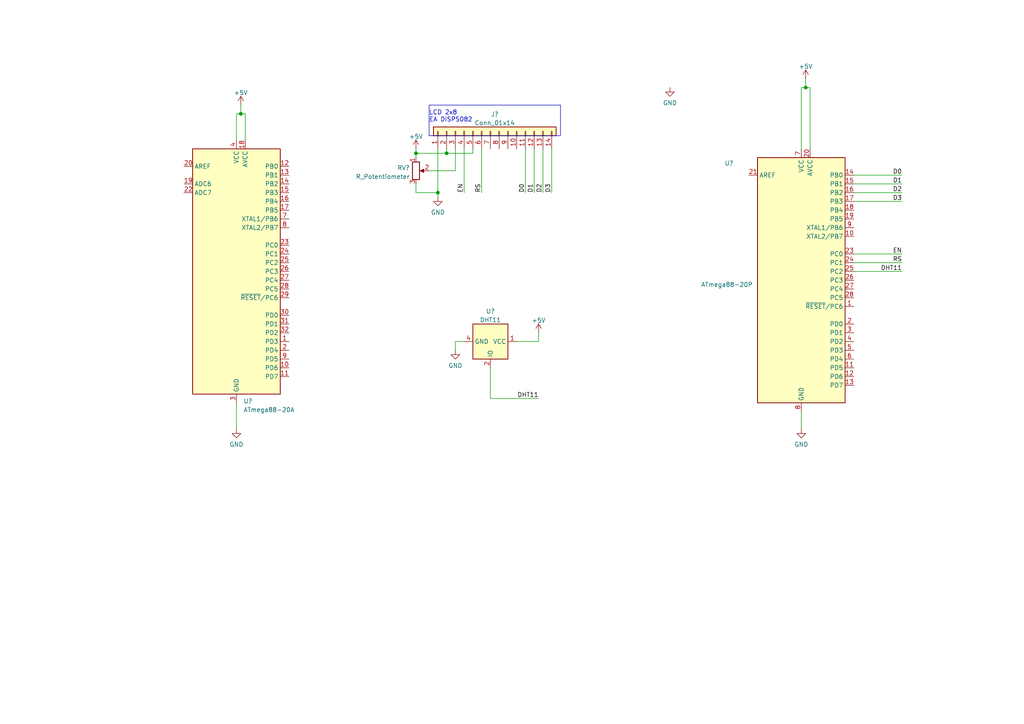
<source format=kicad_sch>
(kicad_sch (version 20211123) (generator eeschema)
  (paper "A4")
  (lib_symbols
    (symbol "Connector_Generic:Conn_01x14" (pin_names (offset 1.016) hide)
      (property "Reference" "J" (at 0 17.78 0))
      (property "Value" "Conn_01x14" (at 0 -20.32 0))
      (symbol "Conn_01x14_1_1"
        (rectangle (start -1.27 -17.653) (end 0 -17.907) (stroke (width 0.1524)))
        (rectangle (start -1.27 -15.113) (end 0 -15.367) (stroke (width 0.1524)))
        (rectangle (start -1.27 -12.573) (end 0 -12.827) (stroke (width 0.1524)))
        (rectangle (start -1.27 -10.033) (end 0 -10.287) (stroke (width 0.1524)))
        (rectangle (start -1.27 -7.493) (end 0 -7.747) (stroke (width 0.1524)))
        (rectangle (start -1.27 -4.953) (end 0 -5.207) (stroke (width 0.1524)))
        (rectangle (start -1.27 -2.413) (end 0 -2.667) (stroke (width 0.1524)))
        (rectangle (start -1.27 0.127) (end 0 -0.127) (stroke (width 0.1524)))
        (rectangle (start -1.27 2.667) (end 0 2.413) (stroke (width 0.1524)))
        (rectangle (start -1.27 5.207) (end 0 4.953) (stroke (width 0.1524)))
        (rectangle (start -1.27 7.747) (end 0 7.493) (stroke (width 0.1524)))
        (rectangle (start -1.27 10.287) (end 0 10.033) (stroke (width 0.1524)))
        (rectangle (start -1.27 12.827) (end 0 12.573) (stroke (width 0.1524)))
        (rectangle (start -1.27 15.367) (end 0 15.113) (stroke (width 0.1524)))
        (rectangle (start -1.27 16.51) (end 1.27 -19.05) (stroke (width 0.254)) (fill (type background)))
        (pin passive line (at -5.08 15.24 0) (length 3.81) (name "Pin_1") (number "1"))
        (pin passive line (at -5.08 -7.62 0) (length 3.81) (name "Pin_10") (number "10"))
        (pin passive line (at -5.08 -10.16 0) (length 3.81) (name "Pin_11") (number "11"))
        (pin passive line (at -5.08 -12.7 0) (length 3.81) (name "Pin_12") (number "12"))
        (pin passive line (at -5.08 -15.24 0) (length 3.81) (name "Pin_13") (number "13"))
        (pin passive line (at -5.08 -17.78 0) (length 3.81) (name "Pin_14") (number "14"))
        (pin passive line (at -5.08 12.7 0) (length 3.81) (name "Pin_2") (number "2"))
        (pin passive line (at -5.08 10.16 0) (length 3.81) (name "Pin_3") (number "3"))
        (pin passive line (at -5.08 7.62 0) (length 3.81) (name "Pin_4") (number "4"))
        (pin passive line (at -5.08 5.08 0) (length 3.81) (name "Pin_5") (number "5"))
        (pin passive line (at -5.08 2.54 0) (length 3.81) (name "Pin_6") (number "6"))
        (pin passive line (at -5.08 0 0) (length 3.81) (name "Pin_7") (number "7"))
        (pin passive line (at -5.08 -2.54 0) (length 3.81) (name "Pin_8") (number "8"))
        (pin passive line (at -5.08 -5.08 0) (length 3.81) (name "Pin_9") (number "9"))
      )
    )
    (symbol "Device:R_Potentiometer" (pin_names (offset 1.016) hide)
      (property "Reference" "RV" (at -4.445 0 90))
      (property "Value" "R_Potentiometer" (at -2.54 0 90))
      (symbol "R_Potentiometer_0_1"
        (polyline (pts (xy 2.54 0) (xy 1.524 0)))
        (polyline (pts (xy 1.143 0) (xy 2.286 0.508) (xy 2.286 -0.508) (xy 1.143 0)) (fill (type outline)))
        (rectangle (start 1.016 2.54) (end -1.016 -2.54) (stroke (width 0.254)))
      )
      (symbol "R_Potentiometer_1_1"
        (pin passive line (at 0 3.81 270) (length 1.27) (name "1") (number "1"))
        (pin passive line (at 3.81 0 180) (length 1.27) (name "2") (number "2"))
        (pin passive line (at 0 -3.81 90) (length 1.27) (name "3") (number "3"))
      )
    )
    (symbol "MCU_Microchip_ATmega:ATmega88-20A"
      (property "Reference" "U" (at -12.7 36.83 0))
      (property "Value" "ATmega88-20A" (at 2.54 -36.83 0))
      (symbol "ATmega88-20A_0_1"
        (rectangle (start -12.7 -35.56) (end 12.7 35.56) (stroke (width 0.254)) (fill (type background)))
      )
      (symbol "ATmega88-20A_1_1"
        (pin bidirectional line (at 15.24 -20.32 180) (length 2.54) (name "PD3") (number "1"))
        (pin bidirectional line (at 15.24 -27.94 180) (length 2.54) (name "PD6") (number "10"))
        (pin bidirectional line (at 15.24 -30.48 180) (length 2.54) (name "PD7") (number "11"))
        (pin bidirectional line (at 15.24 30.48 180) (length 2.54) (name "PB0") (number "12"))
        (pin bidirectional line (at 15.24 27.94 180) (length 2.54) (name "PB1") (number "13"))
        (pin bidirectional line (at 15.24 25.4 180) (length 2.54) (name "PB2") (number "14"))
        (pin bidirectional line (at 15.24 22.86 180) (length 2.54) (name "PB3") (number "15"))
        (pin bidirectional line (at 15.24 20.32 180) (length 2.54) (name "PB4") (number "16"))
        (pin bidirectional line (at 15.24 17.78 180) (length 2.54) (name "PB5") (number "17"))
        (pin power_in line (at 2.54 38.1 270) (length 2.54) (name "AVCC") (number "18"))
        (pin input line (at -15.24 25.4 0) (length 2.54) (name "ADC6") (number "19"))
        (pin bidirectional line (at 15.24 -22.86 180) (length 2.54) (name "PD4") (number "2"))
        (pin passive line (at -15.24 30.48 0) (length 2.54) (name "AREF") (number "20"))
        (pin passive line (at 0 -38.1 90) (length 2.54) hide (name "GND") (number "21"))
        (pin input line (at -15.24 22.86 0) (length 2.54) (name "ADC7") (number "22"))
        (pin bidirectional line (at 15.24 7.62 180) (length 2.54) (name "PC0") (number "23"))
        (pin bidirectional line (at 15.24 5.08 180) (length 2.54) (name "PC1") (number "24"))
        (pin bidirectional line (at 15.24 2.54 180) (length 2.54) (name "PC2") (number "25"))
        (pin bidirectional line (at 15.24 0 180) (length 2.54) (name "PC3") (number "26"))
        (pin bidirectional line (at 15.24 -2.54 180) (length 2.54) (name "PC4") (number "27"))
        (pin bidirectional line (at 15.24 -5.08 180) (length 2.54) (name "PC5") (number "28"))
        (pin bidirectional line (at 15.24 -7.62 180) (length 2.54) (name "~{RESET}/PC6") (number "29"))
        (pin power_in line (at 0 -38.1 90) (length 2.54) (name "GND") (number "3"))
        (pin bidirectional line (at 15.24 -12.7 180) (length 2.54) (name "PD0") (number "30"))
        (pin bidirectional line (at 15.24 -15.24 180) (length 2.54) (name "PD1") (number "31"))
        (pin bidirectional line (at 15.24 -17.78 180) (length 2.54) (name "PD2") (number "32"))
        (pin power_in line (at 0 38.1 270) (length 2.54) (name "VCC") (number "4"))
        (pin passive line (at 0 -38.1 90) (length 2.54) hide (name "GND") (number "5"))
        (pin passive line (at 0 38.1 270) (length 2.54) hide (name "VCC") (number "6"))
        (pin bidirectional line (at 15.24 15.24 180) (length 2.54) (name "XTAL1/PB6") (number "7"))
        (pin bidirectional line (at 15.24 12.7 180) (length 2.54) (name "XTAL2/PB7") (number "8"))
        (pin bidirectional line (at 15.24 -25.4 180) (length 2.54) (name "PD5") (number "9"))
      )
    )
    (symbol "MCU_Microchip_ATmega:ATmega88-20P"
      (property "Reference" "U" (at -12.7 36.83 0))
      (property "Value" "ATmega88-20P" (at 2.54 -36.83 0))
      (symbol "ATmega88-20P_0_1"
        (rectangle (start -12.7 -35.56) (end 12.7 35.56) (stroke (width 0.254)) (fill (type background)))
      )
      (symbol "ATmega88-20P_1_1"
        (pin bidirectional line (at 15.24 -7.62 180) (length 2.54) (name "~{RESET}/PC6") (number "1"))
        (pin bidirectional line (at 15.24 12.7 180) (length 2.54) (name "XTAL2/PB7") (number "10"))
        (pin bidirectional line (at 15.24 -25.4 180) (length 2.54) (name "PD5") (number "11"))
        (pin bidirectional line (at 15.24 -27.94 180) (length 2.54) (name "PD6") (number "12"))
        (pin bidirectional line (at 15.24 -30.48 180) (length 2.54) (name "PD7") (number "13"))
        (pin bidirectional line (at 15.24 30.48 180) (length 2.54) (name "PB0") (number "14"))
        (pin bidirectional line (at 15.24 27.94 180) (length 2.54) (name "PB1") (number "15"))
        (pin bidirectional line (at 15.24 25.4 180) (length 2.54) (name "PB2") (number "16"))
        (pin bidirectional line (at 15.24 22.86 180) (length 2.54) (name "PB3") (number "17"))
        (pin bidirectional line (at 15.24 20.32 180) (length 2.54) (name "PB4") (number "18"))
        (pin bidirectional line (at 15.24 17.78 180) (length 2.54) (name "PB5") (number "19"))
        (pin bidirectional line (at 15.24 -12.7 180) (length 2.54) (name "PD0") (number "2"))
        (pin power_in line (at 2.54 38.1 270) (length 2.54) (name "AVCC") (number "20"))
        (pin passive line (at -15.24 30.48 0) (length 2.54) (name "AREF") (number "21"))
        (pin passive line (at 0 -38.1 90) (length 2.54) hide (name "GND") (number "22"))
        (pin bidirectional line (at 15.24 7.62 180) (length 2.54) (name "PC0") (number "23"))
        (pin bidirectional line (at 15.24 5.08 180) (length 2.54) (name "PC1") (number "24"))
        (pin bidirectional line (at 15.24 2.54 180) (length 2.54) (name "PC2") (number "25"))
        (pin bidirectional line (at 15.24 0 180) (length 2.54) (name "PC3") (number "26"))
        (pin bidirectional line (at 15.24 -2.54 180) (length 2.54) (name "PC4") (number "27"))
        (pin bidirectional line (at 15.24 -5.08 180) (length 2.54) (name "PC5") (number "28"))
        (pin bidirectional line (at 15.24 -15.24 180) (length 2.54) (name "PD1") (number "3"))
        (pin bidirectional line (at 15.24 -17.78 180) (length 2.54) (name "PD2") (number "4"))
        (pin bidirectional line (at 15.24 -20.32 180) (length 2.54) (name "PD3") (number "5"))
        (pin bidirectional line (at 15.24 -22.86 180) (length 2.54) (name "PD4") (number "6"))
        (pin power_in line (at 0 38.1 270) (length 2.54) (name "VCC") (number "7"))
        (pin power_in line (at 0 -38.1 90) (length 2.54) (name "GND") (number "8"))
        (pin bidirectional line (at 15.24 15.24 180) (length 2.54) (name "XTAL1/PB6") (number "9"))
      )
    )
    (symbol "Sensor:DHT11"
      (property "Reference" "U" (at -3.81 6.35 0))
      (property "Value" "DHT11" (at 3.81 6.35 0))
      (symbol "DHT11_0_1"
        (rectangle (start -5.08 5.08) (end 5.08 -5.08) (stroke (width 0.254)) (fill (type background)))
      )
      (symbol "DHT11_1_1"
        (pin power_in line (at 0 7.62 270) (length 2.54) (name "VCC") (number "1"))
        (pin bidirectional line (at 7.62 0 180) (length 2.54) (name "IO") (number "2"))
        (pin no_connect line (at -5.08 0 0) (length 2.54) hide (name "NC") (number "3"))
        (pin power_in line (at 0 -7.62 90) (length 2.54) (name "GND") (number "4"))
      )
    )
    (symbol "power:+5V" (power) (pin_names (offset 0))
      (property "Value" "+5V" (at 0 3.556 0))
      (symbol "+5V_0_1"
        (polyline (pts (xy -0.762 1.27) (xy 0 2.54)))
        (polyline (pts (xy 0 0) (xy 0 2.54)))
        (polyline (pts (xy 0 2.54) (xy 0.762 1.27)))
      )
      (symbol "+5V_1_1"
        (pin power_in line (at 0 0 90) (length 0) hide (name "+5V") (number "1"))
      )
    )
    (symbol "power:GND" (power) (pin_names (offset 0))
      (property "Value" "GND" (at 0 -3.81 0))
      (symbol "GND_0_1"
        (polyline (pts (xy 0 0) (xy 0 -1.27) (xy 1.27 -1.27) (xy 0 -2.54) (xy -1.27 -1.27) (xy 0 -1.27)))
      )
      (symbol "GND_1_1"
        (pin power_in line (at 0 0 270) (length 0) hide (name "GND") (number "1"))
      )
    )
  )
  (junction (at 233.68 25.4))
  (junction (at 129.54 44.45))
  (junction (at 127 55.88))
  (junction (at 69.85 33.02))
  (junction (at 120.65 44.45))
  (wire (pts (xy 132.08 99.06) (xy 132.08 101.6)))
  (wire (pts (xy 247.65 73.66) (xy 261.62 73.66)))
  (wire (pts (xy 69.85 30.48) (xy 69.85 33.02)))
  (wire (pts (xy 156.21 96.52) (xy 156.21 99.06)))
  (wire (pts (xy 233.68 22.86) (xy 233.68 25.4)))
  (wire (pts (xy 68.58 40.64) (xy 68.58 33.02)))
  (wire (pts (xy 247.65 50.8) (xy 261.62 50.8)))
  (wire (pts (xy 68.58 116.84) (xy 68.58 124.46)))
  (wire (pts (xy 154.94 43.18) (xy 154.94 55.88)))
  (polyline (pts (xy 124.46 30.48) (xy 162.56 30.48)) (stroke (width 0) (type solid)))
  (wire (pts (xy 129.54 44.45) (xy 137.16 44.45)))
  (wire (pts (xy 120.65 55.88) (xy 127 55.88)))
  (polyline (pts (xy 124.46 30.48) (xy 124.46 39.37)) (stroke (width 0) (type solid)))
  (wire (pts (xy 156.21 99.06) (xy 149.86 99.06)))
  (wire (pts (xy 247.65 55.88) (xy 261.62 55.88)))
  (wire (pts (xy 139.7 43.18) (xy 139.7 55.88)))
  (wire (pts (xy 71.12 40.64) (xy 71.12 33.02)))
  (wire (pts (xy 134.62 99.06) (xy 132.08 99.06)))
  (wire (pts (xy 232.41 119.38) (xy 232.41 124.46)))
  (wire (pts (xy 132.08 43.18) (xy 132.08 49.53)))
  (wire (pts (xy 247.65 53.34) (xy 261.62 53.34)))
  (wire (pts (xy 120.65 44.45) (xy 129.54 44.45)))
  (wire (pts (xy 233.68 25.4) (xy 234.95 25.4)))
  (wire (pts (xy 120.65 44.45) (xy 120.65 45.72)))
  (wire (pts (xy 124.46 49.53) (xy 132.08 49.53)))
  (wire (pts (xy 232.41 25.4) (xy 233.68 25.4)))
  (wire (pts (xy 68.58 33.02) (xy 69.85 33.02)))
  (wire (pts (xy 134.62 43.18) (xy 134.62 55.88)))
  (wire (pts (xy 129.54 43.18) (xy 129.54 44.45)))
  (polyline (pts (xy 124.46 39.37) (xy 162.56 39.37)) (stroke (width 0) (type solid)))
  (polyline (pts (xy 162.56 39.37) (xy 162.56 30.48)) (stroke (width 0) (type solid)))
  (wire (pts (xy 152.4 43.18) (xy 152.4 55.88)))
  (wire (pts (xy 247.65 76.2) (xy 261.62 76.2)))
  (wire (pts (xy 247.65 78.74) (xy 261.62 78.74)))
  (wire (pts (xy 160.02 43.18) (xy 160.02 55.88)))
  (wire (pts (xy 120.65 53.34) (xy 120.65 55.88)))
  (wire (pts (xy 232.41 25.4) (xy 232.41 43.18)))
  (wire (pts (xy 142.24 106.68) (xy 142.24 115.57)))
  (wire (pts (xy 142.24 115.57) (xy 156.21 115.57)))
  (wire (pts (xy 127 55.88) (xy 127 57.15)))
  (wire (pts (xy 127 43.18) (xy 127 55.88)))
  (wire (pts (xy 120.65 43.18) (xy 120.65 44.45)))
  (wire (pts (xy 137.16 43.18) (xy 137.16 44.45)))
  (wire (pts (xy 247.65 58.42) (xy 261.62 58.42)))
  (wire (pts (xy 234.95 43.18) (xy 234.95 25.4)))
  (wire (pts (xy 71.12 33.02) (xy 69.85 33.02)))
  (wire (pts (xy 157.48 43.18) (xy 157.48 55.88)))
  (text "LCD 2x8\nEA DISPS082" (at 124.46 35.56 0) (effects (font (size 1.27 1.27)) (justify left bottom)))
  (label "D2" (at 157.48 55.88 90))
  (label "RS" (at 139.7 55.88 90))
  (label "D0" (at 152.4 55.88 90))
  (label "RS" (at 261.62 76.2 180))
  (label "D3" (at 160.02 55.88 90))
  (label "DHT11" (at 156.21 115.57 180))
  (label "D0" (at 261.62 50.8 180))
  (label "D3" (at 261.62 58.42 180))
  (label "EN" (at 261.62 73.66 180))
  (label "D1" (at 154.94 55.88 90))
  (label "DHT11" (at 261.62 78.74 180))
  (label "EN" (at 134.62 55.88 90))
  (label "D1" (at 261.62 53.34 180))
  (label "D2" (at 261.62 55.88 180))
  (symbol (lib_id "power:+5V") (at 156.21 96.52 0) (unit 1)
    (property "Reference" "#PWR?" (effects hide))
    (property "Value" "+5V" (at 156.21 92.9442 0))
  )
  (symbol (lib_id "MCU_Microchip_ATmega:ATmega88-20A") (at 68.58 78.74 0) (unit 1)
    (property "Reference" "U?" (at 70.5994 116.3304 0) (effects (justify left)))
    (property "Value" "ATmega88-20A" (at 70.5994 118.8673 0) (effects (justify left)))
    (property "Footprint" "Package_QFP:TQFP-32_7x7mm_P0.8mm" (effects hide))
    (property "Datasheet" "http://ww1.microchip.com/downloads/en/DeviceDoc/Atmel-2545-8-bit-AVR-Microcontroller-ATmega48-88-168_Datasheet.pdf" (effects hide))
  )
  (symbol (lib_id "power:GND") (at 194.31 25.4 0) (unit 1)
    (property "Reference" "#PWR?" (effects hide))
    (property "Value" "GND" (at 194.31 29.8434 0))
  )
  (symbol (lib_id "power:+5V") (at 233.68 22.86 0) (unit 1)
    (property "Reference" "#PWR?" (effects hide))
    (property "Value" "+5V" (at 233.68 19.2842 0))
  )
  (symbol (lib_id "power:GND") (at 68.58 124.46 0) (unit 1)
    (property "Reference" "#PWR?" (effects hide))
    (property "Value" "GND" (at 68.58 128.9034 0))
  )
  (symbol (lib_id "Connector_Generic:Conn_01x14") (at 142.24 38.1 90) (unit 1)
    (property "Reference" "J?" (at 143.51 33.1302 90))
    (property "Value" "Conn_01x14" (at 143.51 35.6671 90))
  )
  (symbol (lib_id "power:+5V") (at 120.65 43.18 0) (unit 1)
    (property "Reference" "#PWR?" (effects hide))
    (property "Value" "+5V" (at 120.65 39.6042 0))
  )
  (symbol (lib_id "power:GND") (at 232.41 124.46 0) (unit 1)
    (property "Reference" "#PWR?" (effects hide))
    (property "Value" "GND" (at 232.41 128.9034 0))
  )
  (symbol (lib_id "power:GND") (at 132.08 101.6 0) (unit 1)
    (property "Reference" "#PWR?" (effects hide))
    (property "Value" "GND" (at 132.08 106.0434 0))
  )
  (symbol (lib_id "Sensor:DHT11") (at 142.24 99.06 270) (unit 1)
    (property "Reference" "U?" (at 142.24 90.2802 90))
    (property "Value" "DHT11" (at 142.24 92.8171 90))
    (property "Footprint" "Sensor:Aosong_DHT11_5.5x12.0_P2.54mm" (effects hide))
    (property "Datasheet" "http://akizukidenshi.com/download/ds/aosong/DHT11.pdf" (effects hide))
  )
  (symbol (lib_id "power:+5V") (at 69.85 30.48 0) (unit 1)
    (property "Reference" "#PWR?" (effects hide))
    (property "Value" "+5V" (at 69.85 26.9042 0))
  )
  (symbol (lib_id "power:GND") (at 127 57.15 0) (unit 1)
    (property "Reference" "#PWR?" (effects hide))
    (property "Value" "GND" (at 127 61.5934 0))
  )
  (symbol (lib_id "Device:R_Potentiometer") (at 120.65 49.53 0) (unit 1)
    (property "Reference" "RV?" (at 118.8721 48.6953 0) (effects (justify right)))
    (property "Value" "R_Potentiometer" (at 118.8721 51.2322 0) (effects (justify right)))
  )
  (symbol (lib_id "MCU_Microchip_ATmega:ATmega88-20P") (at 232.41 81.28 0) (unit 1)
    (property "Reference" "U?" (at 211.4603 47.3416 0))
    (property "Value" "ATmega88-20P" (at 210.82 82.55 0))
    (property "Footprint" "Package_DIP:DIP-28_W7.62mm" (effects hide))
    (property "Datasheet" "http://ww1.microchip.com/downloads/en/DeviceDoc/Atmel-2545-8-bit-AVR-Microcontroller-ATmega48-88-168_Datasheet.pdf" (effects hide))
  )
)
</source>
